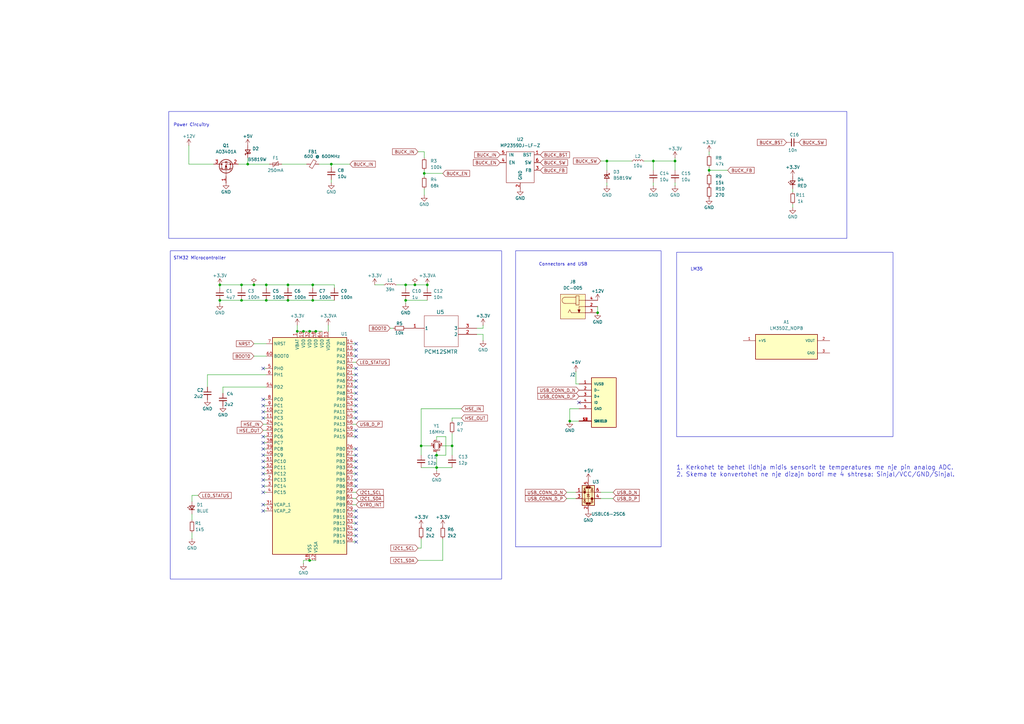
<source format=kicad_sch>
(kicad_sch (version 20231120) (generator "eeschema") (generator_version "8.0")
  (paper "A3")
  (lib_symbols
    (symbol "10118193-0001LF:10118193-0001LF" (pin_names (offset 1.016))
      (property "Reference" "J" (at -5.0817 10.9286 0))
      (property "Value" "10118193-0001LF" (at -5.0819 -12.7097 0))
      (symbol "10118193-0001LF_0_0"
        (pin passive line (at -10.16 7.62 0) (length 5.08) (name "VUSB") (number "1"))
        (pin passive line (at -10.16 5.08 0) (length 5.08) (name "D-") (number "2"))
        (pin passive line (at -10.16 2.54 0) (length 5.08) (name "D+") (number "3"))
        (pin passive line (at -10.16 0 0) (length 5.08) (name "ID") (number "4"))
        (pin passive line (at -10.16 -2.54 0) (length 5.08) (name "GND") (number "5"))
        (pin passive line (at -10.16 -7.62 0) (length 5.08) (name "SHIELD") (number "S1"))
        (pin passive line (at -10.16 -7.62 0) (length 5.08) (name "SHIELD") (number "S2"))
        (pin passive line (at -10.16 -7.62 0) (length 5.08) (name "SHIELD") (number "S3"))
        (pin passive line (at -10.16 -7.62 0) (length 5.08) (name "SHIELD") (number "S4"))
        (pin passive line (at -10.16 -7.62 0) (length 5.08) (name "SHIELD") (number "S5"))
        (pin passive line (at -10.16 -7.62 0) (length 5.08) (name "SHIELD") (number "S6"))
      )
    )
    (symbol "2024-11-09_23-25-21:PCM12SMTR" (pin_names (offset 0.254))
      (property "Reference" "U5" (at 20.32 10.16 0))
      (property "Value" "PCM12SMTR" (at 20.32 7.62 0))
      (symbol "PCM12SMTR_1_1"
        (pin unspecified line (at 0 0 0) (length 7.62) (name "1") (number "1"))
        (pin unspecified line (at 29.21 -2.54 180) (length 7.62) (name "2") (number "2"))
        (pin unspecified line (at 29.21 0 180) (length 7.62) (name "3") (number "3"))
      )
    )
    (symbol "DC-005:DC-005" (pin_names (offset 1.016))
      (property "Reference" "J" (at -5.0943 5.5976 0))
      (property "Value" "DC-005" (at -5.0995 -7.6398 0))
      (symbol "DC-005_0_0"
        (pin passive line (at 10.16 0 180) (length 5.08) (name "~") (number "2"))
        (pin passive line (at 10.16 -2.54 180) (length 5.08) (name "~") (number "3"))
        (pin passive line (at 10.16 2.54 180) (length 5.08) (name "~") (number "4"))
      )
    )
    (symbol "Device:C_Small" (pin_numbers hide) (pin_names (offset 0.254) hide)
      (property "Reference" "C" (at 0.254 1.778 0))
      (property "Value" "C_Small" (at 0.254 -2.032 0))
      (symbol "C_Small_1_1"
        (pin passive line (at 0 2.54 270) (length 2.032) (name "~") (number "1"))
        (pin passive line (at 0 -2.54 90) (length 2.032) (name "~") (number "2"))
      )
    )
    (symbol "Device:Crystal_GND24_Small" (pin_names (offset 1.016) hide)
      (property "Reference" "Y" (at 1.27 4.445 0))
      (property "Value" "Crystal_GND24_Small" (at 1.27 2.54 0))
      (symbol "Crystal_GND24_Small_1_1"
        (pin passive line (at -2.54 0 0) (length 1.27) (name "1") (number "1"))
        (pin passive line (at 0 -2.54 90) (length 0.635) (name "2") (number "2"))
        (pin passive line (at 2.54 0 180) (length 1.27) (name "3") (number "3"))
        (pin passive line (at 0 2.54 270) (length 0.635) (name "4") (number "4"))
      )
    )
    (symbol "Device:D_Schottky_Small" (pin_numbers hide) (pin_names (offset 0.254) hide)
      (property "Reference" "D" (at -1.27 2.032 0))
      (property "Value" "D_Schottky_Small" (at -7.112 -2.032 0))
      (symbol "D_Schottky_Small_1_1"
        (pin passive line (at -2.54 0 0) (length 1.778) (name "K") (number "1"))
        (pin passive line (at 2.54 0 180) (length 1.778) (name "A") (number "2"))
      )
    )
    (symbol "Device:Ferrite_Bead_Small" (pin_numbers hide) (pin_names (offset 0))
      (property "Reference" "FB" (at 1.905 1.27 0))
      (property "Value" "Device_Ferrite_Bead_Small" (at 1.905 -1.27 0))
      (symbol "Ferrite_Bead_Small_1_1"
        (pin passive line (at 0 2.54 270) (length 1.27) (name "~") (number "1"))
        (pin passive line (at 0 -2.54 90) (length 1.27) (name "~") (number "2"))
      )
    )
    (symbol "Device:LED_Small" (pin_numbers hide) (pin_names (offset 0.254) hide)
      (property "Reference" "D" (at -1.27 3.175 0))
      (property "Value" "LED_Small" (at -4.445 -2.54 0))
      (symbol "LED_Small_1_1"
        (pin passive line (at -2.54 0 0) (length 1.778) (name "K") (number "1"))
        (pin passive line (at 2.54 0 180) (length 1.778) (name "A") (number "2"))
      )
    )
    (symbol "Device:L_Small" (pin_numbers hide) (pin_names (offset 0.254) hide)
      (property "Reference" "L" (at 0.762 1.016 0))
      (property "Value" "L_Small" (at 0.762 -1.016 0))
      (symbol "L_Small_1_1"
        (pin passive line (at 0 2.54 270) (length 0.508) (name "~") (number "1"))
        (pin passive line (at 0 -2.54 90) (length 0.508) (name "~") (number "2"))
      )
    )
    (symbol "Device:Polyfuse_Small" (pin_numbers hide) (pin_names (offset 0))
      (property "Reference" "F" (at -1.905 0 90))
      (property "Value" "Polyfuse_Small" (at 1.905 0 90))
      (symbol "Polyfuse_Small_1_1"
        (pin passive line (at 0 2.54 270) (length 0.635) (name "~") (number "1"))
        (pin passive line (at 0 -2.54 90) (length 0.635) (name "~") (number "2"))
      )
    )
    (symbol "Device:R_Small" (pin_numbers hide) (pin_names (offset 0.254) hide)
      (property "Reference" "R" (at 0.762 0.508 0))
      (property "Value" "R_Small" (at 0.762 -1.016 0))
      (symbol "R_Small_1_1"
        (pin passive line (at 0 2.54 270) (length 0.762) (name "~") (number "1"))
        (pin passive line (at 0 -2.54 90) (length 0.762) (name "~") (number "2"))
      )
    )
    (symbol "LM35DZ_NOPB:LM35DZ_NOPB" (pin_names (offset 1.016))
      (property "Reference" "A" (at -12.7 5.842 0))
      (property "Value" "LM35DZ_NOPB" (at -12.7 -5.842 0))
      (symbol "LM35DZ_NOPB_0_0"
        (pin power_in line (at -17.78 2.54 0) (length 5.08) (name "+VS") (number "1"))
        (pin output line (at 17.78 2.54 180) (length 5.08) (name "VOUT") (number "2"))
        (pin power_in line (at 17.78 -2.54 180) (length 5.08) (name "GND") (number "3"))
      )
    )
    (symbol "MCU_ST_STM32F4:STM32F405RGTx"
      (property "Reference" "U1" (at 14.224 47.244 0))
      (property "Value" "STM32F405RGT6" (at 12.7 -44.45 0))
      (symbol "STM32F405RGTx_1_1"
        (pin power_in line (at -5.08 48.26 270) (length 2.54) (name "VBAT") (number "1"))
        (pin bidirectional line (at -17.78 15.24 0) (length 2.54) (name "PC2") (number "10"))
        (pin bidirectional line (at -17.78 12.7 0) (length 2.54) (name "PC3") (number "11"))
        (pin power_in line (at 2.54 -45.72 90) (length 2.54) (name "VSSA") (number "12"))
        (pin power_in line (at 7.62 48.26 270) (length 2.54) (name "VDDA") (number "13"))
        (pin bidirectional line (at 17.78 43.18 180) (length 2.54) (name "PA0") (number "14"))
        (pin bidirectional line (at 17.78 40.64 180) (length 2.54) (name "PA1") (number "15"))
        (pin bidirectional line (at 17.78 38.1 180) (length 2.54) (name "PA2") (number "16"))
        (pin bidirectional line (at 17.78 35.56 180) (length 2.54) (name "PA3") (number "17"))
        (pin power_in line (at 0 -45.72 90) (length 2.54) (name "VSS") (number "18"))
        (pin power_in line (at -2.54 48.26 270) (length 2.54) (name "VDD") (number "19"))
        (pin bidirectional line (at -17.78 -12.7 0) (length 2.54) (name "PC13") (number "2"))
        (pin bidirectional line (at 17.78 33.02 180) (length 2.54) (name "PA4") (number "20"))
        (pin bidirectional line (at 17.78 30.48 180) (length 2.54) (name "PA5") (number "21"))
        (pin bidirectional line (at 17.78 27.94 180) (length 2.54) (name "PA6") (number "22"))
        (pin bidirectional line (at 17.78 25.4 180) (length 2.54) (name "PA7") (number "23"))
        (pin bidirectional line (at -17.78 10.16 0) (length 2.54) (name "PC4") (number "24"))
        (pin bidirectional line (at -17.78 7.62 0) (length 2.54) (name "PC5") (number "25"))
        (pin bidirectional line (at 17.78 0 180) (length 2.54) (name "PB0") (number "26"))
        (pin bidirectional line (at 17.78 -2.54 180) (length 2.54) (name "PB1") (number "27"))
        (pin bidirectional line (at 17.78 -5.08 180) (length 2.54) (name "PB2") (number "28"))
        (pin bidirectional line (at 17.78 -25.4 180) (length 2.54) (name "PB10") (number "29"))
        (pin bidirectional line (at -17.78 -15.24 0) (length 2.54) (name "PC14") (number "3"))
        (pin bidirectional line (at 17.78 -27.94 180) (length 2.54) (name "PB11") (number "30"))
        (pin power_out line (at -17.78 -22.86 0) (length 2.54) (name "VCAP_1") (number "31"))
        (pin power_in line (at 0 48.26 270) (length 2.54) (name "VDD") (number "32"))
        (pin bidirectional line (at 17.78 -30.48 180) (length 2.54) (name "PB12") (number "33"))
        (pin bidirectional line (at 17.78 -33.02 180) (length 2.54) (name "PB13") (number "34"))
        (pin bidirectional line (at 17.78 -35.56 180) (length 2.54) (name "PB14") (number "35"))
        (pin bidirectional line (at 17.78 -38.1 180) (length 2.54) (name "PB15") (number "36"))
        (pin bidirectional line (at -17.78 5.08 0) (length 2.54) (name "PC6") (number "37"))
        (pin bidirectional line (at -17.78 2.54 0) (length 2.54) (name "PC7") (number "38"))
        (pin bidirectional line (at -17.78 0 0) (length 2.54) (name "PC8") (number "39"))
        (pin bidirectional line (at -17.78 -17.78 0) (length 2.54) (name "PC15") (number "4"))
        (pin bidirectional line (at -17.78 -2.54 0) (length 2.54) (name "PC9") (number "40"))
        (pin bidirectional line (at 17.78 22.86 180) (length 2.54) (name "PA8") (number "41"))
        (pin bidirectional line (at 17.78 20.32 180) (length 2.54) (name "PA9") (number "42"))
        (pin bidirectional line (at 17.78 17.78 180) (length 2.54) (name "PA10") (number "43"))
        (pin bidirectional line (at 17.78 15.24 180) (length 2.54) (name "PA11") (number "44"))
        (pin bidirectional line (at 17.78 12.7 180) (length 2.54) (name "PA12") (number "45"))
        (pin bidirectional line (at 17.78 10.16 180) (length 2.54) (name "PA13") (number "46"))
        (pin power_out line (at -17.78 -25.4 0) (length 2.54) (name "VCAP_2") (number "47"))
        (pin power_in line (at 2.54 48.26 270) (length 2.54) (name "VDD") (number "48"))
        (pin bidirectional line (at 17.78 7.62 180) (length 2.54) (name "PA14") (number "49"))
        (pin bidirectional line (at -17.78 33.02 0) (length 2.54) (name "PH0") (number "5"))
        (pin bidirectional line (at 17.78 5.08 180) (length 2.54) (name "PA15") (number "50"))
        (pin bidirectional line (at -17.78 -5.08 0) (length 2.54) (name "PC10") (number "51"))
        (pin bidirectional line (at -17.78 -7.62 0) (length 2.54) (name "PC11") (number "52"))
        (pin bidirectional line (at -17.78 -10.16 0) (length 2.54) (name "PC12") (number "53"))
        (pin bidirectional line (at -17.78 25.4 0) (length 2.54) (name "PD2") (number "54"))
        (pin bidirectional line (at 17.78 -7.62 180) (length 2.54) (name "PB3") (number "55"))
        (pin bidirectional line (at 17.78 -10.16 180) (length 2.54) (name "PB4") (number "56"))
        (pin bidirectional line (at 17.78 -12.7 180) (length 2.54) (name "PB5") (number "57"))
        (pin bidirectional line (at 17.78 -15.24 180) (length 2.54) (name "PB6") (number "58"))
        (pin bidirectional line (at 17.78 -17.78 180) (length 2.54) (name "PB7") (number "59"))
        (pin bidirectional line (at -17.78 30.48 0) (length 2.54) (name "PH1") (number "6"))
        (pin input line (at -17.78 38.1 0) (length 2.54) (name "BOOT0") (number "60"))
        (pin bidirectional line (at 17.78 -20.32 180) (length 2.54) (name "PB8") (number "61"))
        (pin bidirectional line (at 17.78 -22.86 180) (length 2.54) (name "PB9") (number "62"))
        (pin passive line (at 0 -45.72 90) (length 2.54) hide (name "VSS") (number "63"))
        (pin power_in line (at 5.08 48.26 270) (length 2.54) (name "VDD") (number "64"))
        (pin input line (at -17.78 43.18 0) (length 2.54) (name "NRST") (number "7"))
        (pin bidirectional line (at -17.78 20.32 0) (length 2.54) (name "PC0") (number "8"))
        (pin bidirectional line (at -17.78 17.78 0) (length 2.54) (name "PC1") (number "9"))
      )
    )
    (symbol "Power_Protection:USBLC6-2SC6" (pin_names hide)
      (property "Reference" "U" (at 0.635 5.715 0))
      (property "Value" "USBLC6-2SC6" (at 0.635 3.81 0))
      (symbol "USBLC6-2SC6_1_1"
        (pin passive line (at -5.08 0 0) (length 2.54) (name "I/O1") (number "1"))
        (pin passive line (at 0 -7.62 90) (length 2.54) (name "GND") (number "2"))
        (pin passive line (at -5.08 -2.54 0) (length 2.54) (name "I/O2") (number "3"))
        (pin passive line (at 5.08 -2.54 180) (length 2.54) (name "I/O2") (number "4"))
        (pin passive line (at 0 5.08 270) (length 2.54) (name "VBUS") (number "5"))
        (pin passive line (at 5.08 0 180) (length 2.54) (name "I/O1") (number "6"))
      )
    )
    (symbol "SchmillipKiCADLibrary:MP2359DJ-LF-Z" (pin_names (offset 1.016))
      (property "Reference" "U" (at 0 9.525 0))
      (property "Value" "SchmillipKiCADLibrary_MP2359DJ-LF-Z" (at 10.16 -6.35 0))
      (symbol "MP2359DJ-LF-Z_1_1"
        (pin input line (at 8.255 6.35 180) (length 2.54) (name "BST") (number "1"))
        (pin power_in line (at 0 -7.62 90) (length 2.54) (name "GND") (number "2"))
        (pin input line (at 8.255 0 180) (length 2.54) (name "FB") (number "3"))
        (pin input line (at -8.255 3.175 0) (length 2.54) (name "EN") (number "4"))
        (pin power_in line (at -8.255 6.35 0) (length 2.54) (name "IN") (number "5"))
        (pin power_out line (at 8.255 3.175 180) (length 2.54) (name "SW") (number "6"))
      )
    )
    (symbol "Transistor_FET:AO3401A" (pin_names hide)
      (property "Reference" "Q" (at 5.08 1.905 0))
      (property "Value" "AO3401A" (at 5.08 0 0))
      (symbol "AO3401A_1_1"
        (pin input line (at -5.08 0 0) (length 2.54) (name "G") (number "1"))
        (pin passive line (at 2.54 -5.08 90) (length 2.54) (name "S") (number "2"))
        (pin passive line (at 2.54 5.08 270) (length 2.54) (name "D") (number "3"))
      )
    )
    (symbol "power:+12V" (power) (pin_numbers hide) (pin_names (offset 0) hide)
      (property "Value" "+12V" (at 0 3.556 0))
      (symbol "+12V_1_1"
        (pin power_in line (at 0 0 90) (length 0) (name "~") (number "1"))
      )
    )
    (symbol "power:+3.3V" (power) (pin_numbers hide) (pin_names (offset 0) hide)
      (property "Value" "+3.3V" (at 0 3.556 0))
      (symbol "+3.3V_1_1"
        (pin power_in line (at 0 0 90) (length 0) (name "~") (number "1"))
      )
    )
    (symbol "power:+3.3VA" (power) (pin_numbers hide) (pin_names (offset 0) hide)
      (property "Value" "+3.3VA" (at 0 3.556 0))
      (symbol "+3.3VA_1_1"
        (pin power_in line (at 0 0 90) (length 0) (name "~") (number "1"))
      )
    )
    (symbol "power:+5V" (power) (pin_numbers hide) (pin_names (offset 0) hide)
      (property "Value" "+5V" (at 0 3.556 0))
      (symbol "+5V_1_1"
        (pin power_in line (at 0 0 90) (length 0) (name "~") (number "1"))
      )
    )
    (symbol "power:GND" (power) (pin_numbers hide) (pin_names (offset 0) hide)
      (property "Value" "GND" (at 0 -3.81 0))
      (symbol "GND_1_1"
        (pin power_in line (at 0 0 270) (length 0) (name "~") (number "1"))
      )
    )
    (symbol "power:PWR_FLAG" (power) (pin_numbers hide) (pin_names (offset 0) hide)
      (property "Value" "PWR_FLAG" (at 0 3.81 0))
      (symbol "PWR_FLAG_0_0"
        (pin power_out line (at 0 0 90) (length 0) (name "~") (number "1"))
      )
    )
  )
  (junction (at 129.54 135.89))
  (junction (at 99.06 123.19))
  (junction (at 172.72 182.88))
  (junction (at 90.17 123.19))
  (junction (at 179.07 191.77))
  (junction (at 127 229.87))
  (junction (at 173.99 71.12))
  (junction (at 175.26 116.84))
  (junction (at 267.97 66.04))
  (junction (at 166.37 123.19))
  (junction (at 248.92 66.04))
  (junction (at 170.18 116.84))
  (junction (at 233.68 172.72))
  (junction (at 109.22 116.84))
  (junction (at 101.6 67.31))
  (junction (at 118.11 116.84))
  (junction (at 104.14 116.84))
  (junction (at 99.06 116.84))
  (junction (at 290.83 69.85))
  (junction (at 276.86 66.04))
  (junction (at 109.22 123.19))
  (junction (at 135.89 67.31))
  (junction (at 90.17 116.84))
  (junction (at 166.37 116.84))
  (junction (at 124.46 135.89))
  (junction (at 245.11 128.27))
  (junction (at 127 135.89))
  (junction (at 128.27 123.19))
  (junction (at 128.27 116.84))
  (junction (at 118.11 123.19))
  (junction (at 179.07 186.69))
  (junction (at 121.92 135.89))
  (junction (at 185.42 182.88))
  (no_connect (at 146.05 166.37))
  (no_connect (at 107.95 166.37))
  (no_connect (at 107.95 189.23))
  (no_connect (at 146.05 156.21))
  (no_connect (at 107.95 199.39))
  (no_connect (at 107.95 196.85))
  (no_connect (at 107.95 201.93))
  (no_connect (at 107.95 186.69))
  (no_connect (at 146.05 143.51))
  (no_connect (at 146.05 158.75))
  (no_connect (at 146.05 194.31))
  (no_connect (at 107.95 207.01))
  (no_connect (at 107.95 194.31))
  (no_connect (at 146.05 179.07))
  (no_connect (at 107.95 171.45))
  (no_connect (at 146.05 212.09))
  (no_connect (at 146.05 217.17))
  (no_connect (at 146.05 184.15))
  (no_connect (at 107.95 168.91))
  (no_connect (at 146.05 219.71))
  (no_connect (at 107.95 179.07))
  (no_connect (at 146.05 189.23))
  (no_connect (at 107.95 209.55))
  (no_connect (at 146.05 146.05))
  (no_connect (at 146.05 214.63))
  (no_connect (at 107.95 184.15))
  (no_connect (at 146.05 163.83))
  (no_connect (at 146.05 176.53))
  (no_connect (at 107.95 151.13))
  (no_connect (at 107.95 181.61))
  (no_connect (at 146.05 161.29))
  (no_connect (at 146.05 186.69))
  (no_connect (at 146.05 222.25))
  (no_connect (at 146.05 209.55))
  (no_connect (at 146.05 196.85))
  (no_connect (at 146.05 140.97))
  (no_connect (at 107.95 191.77))
  (no_connect (at 146.05 171.45))
  (no_connect (at 146.05 153.67))
  (no_connect (at 146.05 191.77))
  (no_connect (at 146.05 151.13))
  (no_connect (at 107.95 163.83))
  (no_connect (at 237.49 165.1))
  (no_connect (at 146.05 168.91))
  (no_connect (at 146.05 199.39))
  (wire (pts (xy 144.78 153.67) (xy 146.05 153.67)))
  (wire (pts (xy 107.95 201.93) (xy 109.22 201.93)))
  (wire (pts (xy 107.95 163.83) (xy 109.22 163.83)))
  (wire (pts (xy 107.95 207.01) (xy 109.22 207.01)))
  (wire (pts (xy 172.72 167.64) (xy 172.72 182.88)))
  (wire (pts (xy 90.17 116.84) (xy 90.17 118.11)))
  (wire (pts (xy 179.07 180.34) (xy 179.07 179.07)))
  (wire (pts (xy 185.42 177.8) (xy 185.42 182.88)))
  (wire (pts (xy 99.06 116.84) (xy 104.14 116.84)))
  (wire (pts (xy 146.05 161.29) (xy 144.78 161.29)))
  (wire (pts (xy 128.27 118.11) (xy 128.27 116.84)))
  (wire (pts (xy 146.05 163.83) (xy 144.78 163.83)))
  (wire (pts (xy 175.26 116.84) (xy 170.18 116.84)))
  (wire (pts (xy 146.05 148.59) (xy 144.78 148.59)))
  (wire (pts (xy 237.49 167.64) (xy 233.68 167.64)))
  (wire (pts (xy 121.92 135.89) (xy 124.46 135.89)))
  (wire (pts (xy 166.37 116.84) (xy 162.56 116.84)))
  (wire (pts (xy 107.95 171.45) (xy 109.22 171.45)))
  (wire (pts (xy 107.95 199.39) (xy 109.22 199.39)))
  (wire (pts (xy 107.95 196.85) (xy 109.22 196.85)))
  (wire (pts (xy 77.47 59.69) (xy 77.47 67.31)))
  (wire (pts (xy 290.83 63.5) (xy 290.83 62.23)))
  (wire (pts (xy 146.05 209.55) (xy 144.78 209.55)))
  (wire (pts (xy 90.17 124.46) (xy 90.17 123.19)))
  (wire (pts (xy 81.28 203.2) (xy 78.74 203.2)))
  (wire (pts (xy 135.89 68.58) (xy 135.89 67.31)))
  (wire (pts (xy 233.68 172.72) (xy 237.49 172.72)))
  (wire (pts (xy 90.17 123.19) (xy 99.06 123.19)))
  (wire (pts (xy 107.95 181.61) (xy 109.22 181.61)))
  (wire (pts (xy 109.22 123.19) (xy 118.11 123.19)))
  (wire (pts (xy 290.83 69.85) (xy 290.83 71.12)))
  (wire (pts (xy 146.05 207.01) (xy 144.78 207.01)))
  (wire (pts (xy 179.07 193.04) (xy 179.07 191.77)))
  (wire (pts (xy 99.06 118.11) (xy 99.06 116.84)))
  (wire (pts (xy 173.99 71.12) (xy 173.99 69.85)))
  (wire (pts (xy 146.05 171.45) (xy 144.78 171.45)))
  (wire (pts (xy 107.95 179.07) (xy 109.22 179.07)))
  (wire (pts (xy 78.74 213.36) (xy 78.74 210.82)))
  (wire (pts (xy 198.12 137.16) (xy 195.58 137.16)))
  (wire (pts (xy 124.46 231.14) (xy 124.46 229.87)))
  (wire (pts (xy 248.92 69.85) (xy 248.92 66.04)))
  (wire (pts (xy 185.42 171.45) (xy 185.42 172.72)))
  (wire (pts (xy 248.92 66.04) (xy 246.38 66.04)))
  (wire (pts (xy 109.22 118.11) (xy 109.22 116.84)))
  (wire (pts (xy 181.61 71.12) (xy 173.99 71.12)))
  (wire (pts (xy 144.78 151.13) (xy 146.05 151.13)))
  (wire (pts (xy 91.44 161.29) (xy 91.44 158.75)))
  (wire (pts (xy 146.05 196.85) (xy 144.78 196.85)))
  (wire (pts (xy 146.05 184.15) (xy 144.78 184.15)))
  (wire (pts (xy 195.58 134.62) (xy 198.12 134.62)))
  (wire (pts (xy 104.14 146.05) (xy 109.22 146.05)))
  (wire (pts (xy 146.05 217.17) (xy 144.78 217.17)))
  (wire (pts (xy 325.12 78.74) (xy 325.12 77.47)))
  (wire (pts (xy 181.61 182.88) (xy 185.42 182.88)))
  (wire (pts (xy 171.45 229.87) (xy 181.61 229.87)))
  (wire (pts (xy 276.86 64.77) (xy 276.86 66.04)))
  (wire (pts (xy 107.95 173.99) (xy 109.22 173.99)))
  (wire (pts (xy 245.11 125.73) (xy 245.11 128.27)))
  (wire (pts (xy 110.49 67.31) (xy 101.6 67.31)))
  (wire (pts (xy 173.99 80.01) (xy 173.99 77.47)))
  (wire (pts (xy 246.38 204.47) (xy 251.46 204.47)))
  (wire (pts (xy 146.05 199.39) (xy 144.78 199.39)))
  (wire (pts (xy 179.07 185.42) (xy 179.07 186.69)))
  (wire (pts (xy 107.95 166.37) (xy 109.22 166.37)))
  (wire (pts (xy 99.06 123.19) (xy 109.22 123.19)))
  (wire (pts (xy 146.05 222.25) (xy 144.78 222.25)))
  (wire (pts (xy 182.88 179.07) (xy 182.88 186.69)))
  (wire (pts (xy 181.61 229.87) (xy 181.61 220.98)))
  (wire (pts (xy 146.05 191.77) (xy 144.78 191.77)))
  (wire (pts (xy 87.63 67.31) (xy 77.47 67.31)))
  (wire (pts (xy 107.95 189.23) (xy 109.22 189.23)))
  (wire (pts (xy 146.05 194.31) (xy 144.78 194.31)))
  (wire (pts (xy 290.83 69.85) (xy 290.83 68.58)))
  (wire (pts (xy 179.07 186.69) (xy 179.07 191.77)))
  (wire (pts (xy 276.86 66.04) (xy 267.97 66.04)))
  (wire (pts (xy 90.17 116.84) (xy 99.06 116.84)))
  (wire (pts (xy 104.14 140.97) (xy 109.22 140.97)))
  (wire (pts (xy 107.95 168.91) (xy 109.22 168.91)))
  (wire (pts (xy 124.46 135.89) (xy 127 135.89)))
  (wire (pts (xy 85.09 158.75) (xy 85.09 153.67)))
  (wire (pts (xy 128.27 123.19) (xy 137.16 123.19)))
  (wire (pts (xy 109.22 116.84) (xy 118.11 116.84)))
  (wire (pts (xy 146.05 166.37) (xy 144.78 166.37)))
  (wire (pts (xy 171.45 224.79) (xy 172.72 224.79)))
  (wire (pts (xy 143.51 67.31) (xy 135.89 67.31)))
  (wire (pts (xy 276.86 69.85) (xy 276.86 66.04)))
  (wire (pts (xy 170.18 116.84) (xy 166.37 116.84)))
  (wire (pts (xy 85.09 153.67) (xy 109.22 153.67)))
  (wire (pts (xy 97.79 67.31) (xy 101.6 67.31)))
  (wire (pts (xy 118.11 118.11) (xy 118.11 116.84)))
  (wire (pts (xy 78.74 220.98) (xy 78.74 218.44)))
  (wire (pts (xy 236.22 157.48) (xy 237.49 157.48)))
  (wire (pts (xy 134.62 133.35) (xy 134.62 135.89)))
  (wire (pts (xy 146.05 168.91) (xy 144.78 168.91)))
  (wire (pts (xy 276.86 76.2) (xy 276.86 74.93)))
  (wire (pts (xy 146.05 186.69) (xy 144.78 186.69)))
  (wire (pts (xy 171.45 62.23) (xy 173.99 62.23)))
  (wire (pts (xy 160.02 134.62) (xy 161.29 134.62)))
  (wire (pts (xy 172.72 167.64) (xy 189.23 167.64)))
  (wire (pts (xy 144.78 146.05) (xy 146.05 146.05)))
  (wire (pts (xy 107.95 176.53) (xy 109.22 176.53)))
  (wire (pts (xy 173.99 72.39) (xy 173.99 71.12)))
  (wire (pts (xy 182.88 186.69) (xy 179.07 186.69)))
  (wire (pts (xy 259.08 66.04) (xy 248.92 66.04)))
  (wire (pts (xy 233.68 167.64) (xy 233.68 172.72)))
  (wire (pts (xy 179.07 191.77) (xy 185.42 191.77)))
  (wire (pts (xy 78.74 203.2) (xy 78.74 205.74)))
  (wire (pts (xy 267.97 76.2) (xy 267.97 74.93)))
  (wire (pts (xy 298.45 69.85) (xy 290.83 69.85)))
  (wire (pts (xy 107.95 186.69) (xy 109.22 186.69)))
  (wire (pts (xy 179.07 179.07) (xy 182.88 179.07)))
  (wire (pts (xy 236.22 152.4) (xy 236.22 157.48)))
  (wire (pts (xy 101.6 64.77) (xy 101.6 67.31)))
  (wire (pts (xy 118.11 116.84) (xy 128.27 116.84)))
  (wire (pts (xy 107.95 209.55) (xy 109.22 209.55)))
  (wire (pts (xy 144.78 143.51) (xy 146.05 143.51)))
  (wire (pts (xy 198.12 134.62) (xy 198.12 133.35)))
  (wire (pts (xy 246.38 201.93) (xy 251.46 201.93)))
  (wire (pts (xy 91.44 158.75) (xy 109.22 158.75)))
  (wire (pts (xy 172.72 186.69) (xy 172.72 182.88)))
  (wire (pts (xy 232.41 204.47) (xy 236.22 204.47)))
  (wire (pts (xy 127 135.89) (xy 129.54 135.89)))
  (wire (pts (xy 118.11 123.19) (xy 128.27 123.19)))
  (wire (pts (xy 146.05 212.09) (xy 144.78 212.09)))
  (wire (pts (xy 146.05 176.53) (xy 144.78 176.53)))
  (wire (pts (xy 166.37 124.46) (xy 166.37 123.19)))
  (wire (pts (xy 232.41 201.93) (xy 236.22 201.93)))
  (wire (pts (xy 173.99 62.23) (xy 173.99 64.77)))
  (wire (pts (xy 325.12 85.09) (xy 325.12 83.82)))
  (wire (pts (xy 127 229.87) (xy 129.54 229.87)))
  (wire (pts (xy 129.54 135.89) (xy 132.08 135.89)))
  (wire (pts (xy 146.05 214.63) (xy 144.78 214.63)))
  (wire (pts (xy 146.05 173.99) (xy 144.78 173.99)))
  (wire (pts (xy 166.37 123.19) (xy 175.26 123.19)))
  (wire (pts (xy 124.46 229.87) (xy 127 229.87)))
  (wire (pts (xy 146.05 158.75) (xy 144.78 158.75)))
  (wire (pts (xy 107.95 194.31) (xy 109.22 194.31)))
  (wire (pts (xy 146.05 140.97) (xy 144.78 140.97)))
  (wire (pts (xy 175.26 118.11) (xy 175.26 116.84)))
  (wire (pts (xy 172.72 224.79) (xy 172.72 220.98)))
  (wire (pts (xy 189.23 171.45) (xy 185.42 171.45)))
  (wire (pts (xy 153.67 116.84) (xy 157.48 116.84)))
  (wire (pts (xy 146.05 201.93) (xy 144.78 201.93)))
  (wire (pts (xy 146.05 189.23) (xy 144.78 189.23)))
  (wire (pts (xy 267.97 66.04) (xy 264.16 66.04)))
  (wire (pts (xy 172.72 182.88) (xy 176.53 182.88)))
  (wire (pts (xy 135.89 67.31) (xy 130.81 67.31)))
  (wire (pts (xy 146.05 156.21) (xy 144.78 156.21)))
  (wire (pts (xy 107.95 151.13) (xy 109.22 151.13)))
  (wire (pts (xy 137.16 116.84) (xy 137.16 118.11)))
  (wire (pts (xy 146.05 204.47) (xy 144.78 204.47)))
  (wire (pts (xy 107.95 191.77) (xy 109.22 191.77)))
  (wire (pts (xy 248.92 76.2) (xy 248.92 74.93)))
  (wire (pts (xy 179.07 191.77) (xy 172.72 191.77)))
  (wire (pts (xy 267.97 69.85) (xy 267.97 66.04)))
  (wire (pts (xy 121.92 133.35) (xy 121.92 135.89)))
  (wire (pts (xy 104.14 116.84) (xy 109.22 116.84)))
  (wire (pts (xy 146.05 179.07) (xy 144.78 179.07)))
  (wire (pts (xy 135.89 74.93) (xy 135.89 73.66)))
  (wire (pts (xy 107.95 184.15) (xy 109.22 184.15)))
  (wire (pts (xy 146.05 219.71) (xy 144.78 219.71)))
  (wire (pts (xy 166.37 118.11) (xy 166.37 116.84)))
  (wire (pts (xy 185.42 186.69) (xy 185.42 182.88)))
  (wire (pts (xy 115.57 67.31) (xy 125.73 67.31)))
  (wire (pts (xy 128.27 116.84) (xy 137.16 116.84)))
  (wire (pts (xy 198.12 139.7) (xy 198.12 137.16)))
  (rectangle (start 69.215 45.72) (end 347.345 97.79))
  (rectangle (start 277.495 103.505) (end 366.268 179.07))
  (rectangle (start 211.455 102.87) (end 271.145 224.282))
  (rectangle (start 69.85 102.87) (end 205.74 237.49))
  (text "1. Kerkohet te behet lidhja midis sensorit te temperatures me nje pin analog ADC.\n2. Skema te konvertohet ne nje dizajn bordi me 4 shtresa: Sinjal/VCC/GND/Sinjal.\n" (at 277.368 193.294 0) (effects (font (size 1.778 1.778)) (justify left)))
  (text "LM35\n" (at 285.75 110.49 0) (effects (font (size 1.27 1.27))))
  (text "STM32 Microcontroller" (at 71.12 106.68 0) (effects (font (size 1.27 1.27)) (justify left bottom)))
  (text "Connectors and USB" (at 220.98 109.22 0) (effects (font (size 1.27 1.27)) (justify left bottom)))
  (text "Power Circuitry" (at 71.12 52.07 0) (effects (font (size 1.27 1.27)) (justify left bottom)))
  (global_label "BUCK_SW" (shape input) (at 327.66 58.42 0) (property "Intersheetrefs" "${INTERSHEET_REFS}" (effects (hide yes))))
  (global_label "I2C1_SDA" (shape input) (at 171.45 229.87 180) (property "Intersheetrefs" "${INTERSHEET_REFS}" (effects (hide yes))))
  (global_label "USB_D_N" (shape input) (at 251.46 201.93 0) (property "Intersheetrefs" "${INTERSHEET_REFS}" (effects (hide yes))))
  (global_label "BOOT0" (shape input) (at 160.02 134.62 180) (property "Intersheetrefs" "${INTERSHEET_REFS}" (effects (hide yes))))
  (global_label "HSE_IN" (shape input) (at 107.95 173.99 180) (property "Intersheetrefs" "${INTERSHEET_REFS}" (effects (hide yes))))
  (global_label "HSE_OUT" (shape input) (at 107.95 176.53 180) (property "Intersheetrefs" "${INTERSHEET_REFS}" (effects (hide yes))))
  (global_label "BOOT0" (shape input) (at 104.14 146.05 180) (property "Intersheetrefs" "${INTERSHEET_REFS}" (effects (hide yes))))
  (global_label "I2C1_SCL" (shape input) (at 146.05 201.93 0) (property "Intersheetrefs" "${INTERSHEET_REFS}" (effects (hide yes))))
  (global_label "BUCK_EN" (shape input) (at 181.61 71.12 0) (property "Intersheetrefs" "${INTERSHEET_REFS}" (effects (hide yes))))
  (global_label "USB_CONN_D_N" (shape input) (at 232.41 201.93 180) (property "Intersheetrefs" "${INTERSHEET_REFS}" (effects (hide yes))))
  (global_label "I2C1_SDA" (shape input) (at 146.05 204.47 0) (property "Intersheetrefs" "${INTERSHEET_REFS}" (effects (hide yes))))
  (global_label "GYRO_INT" (shape input) (at 146.05 207.01 0) (property "Intersheetrefs" "${INTERSHEET_REFS}" (effects (hide yes))))
  (global_label "USB_CONN_D_P" (shape input) (at 232.41 204.47 180) (property "Intersheetrefs" "${INTERSHEET_REFS}" (effects (hide yes))))
  (global_label "BUCK_BST" (shape input) (at 322.58 58.42 180) (property "Intersheetrefs" "${INTERSHEET_REFS}" (effects (hide yes))))
  (global_label "LED_STATUS" (shape input) (at 146.05 148.59 0) (property "Intersheetrefs" "${INTERSHEET_REFS}" (effects (hide yes))))
  (global_label "BUCK_IN" (shape input) (at 143.51 67.31 0) (property "Intersheetrefs" "${INTERSHEET_REFS}" (effects (hide yes))))
  (global_label "I2C1_SCL" (shape input) (at 171.45 224.79 180) (property "Intersheetrefs" "${INTERSHEET_REFS}" (effects (hide yes))))
  (global_label "BUCK_SW" (shape input) (at 221.615 66.675 0) (property "Intersheetrefs" "${INTERSHEET_REFS}" (effects (hide yes))))
  (global_label "HSE_IN" (shape input) (at 189.23 167.64 0) (property "Intersheetrefs" "${INTERSHEET_REFS}" (effects (hide yes))))
  (global_label "NRST" (shape input) (at 104.14 140.97 180) (property "Intersheetrefs" "${INTERSHEET_REFS}" (effects (hide yes))))
  (global_label "LED_STATUS" (shape input) (at 81.28 203.2 0) (property "Intersheetrefs" "${INTERSHEET_REFS}" (effects (hide yes))))
  (global_label "BUCK_IN" (shape input) (at 171.45 62.23 180) (property "Intersheetrefs" "${INTERSHEET_REFS}" (effects (hide yes))))
  (global_label "HSE_OUT" (shape input) (at 189.23 171.45 0) (property "Intersheetrefs" "${INTERSHEET_REFS}" (effects (hide yes))))
  (global_label "BUCK_SW" (shape input) (at 246.38 66.04 180) (property "Intersheetrefs" "${INTERSHEET_REFS}" (effects (hide yes))))
  (global_label "USB_CONN_D_P" (shape input) (at 237.49 162.56 180) (property "Intersheetrefs" "${INTERSHEET_REFS}" (effects (hide yes))))
  (global_label "BUCK_FB" (shape input) (at 221.615 69.85 0) (property "Intersheetrefs" "${INTERSHEET_REFS}" (effects (hide yes))))
  (global_label "USB_D_P" (shape input) (at 146.05 173.99 0) (property "Intersheetrefs" "${INTERSHEET_REFS}" (effects (hide yes))))
  (global_label "USB_CONN_D_N" (shape input) (at 237.49 160.02 180) (property "Intersheetrefs" "${INTERSHEET_REFS}" (effects (hide yes))))
  (global_label "USB_D_P" (shape input) (at 251.46 204.47 0) (property "Intersheetrefs" "${INTERSHEET_REFS}" (effects (hide yes))))
  (global_label "BUCK_BST" (shape input) (at 221.615 63.5 0) (property "Intersheetrefs" "${INTERSHEET_REFS}" (effects (hide yes))))
  (global_label "BUCK_EN" (shape input) (at 205.105 66.675 180) (property "Intersheetrefs" "${INTERSHEET_REFS}" (effects (hide yes))))
  (global_label "BUCK_FB" (shape input) (at 298.45 69.85 0) (property "Intersheetrefs" "${INTERSHEET_REFS}" (effects (hide yes))))
  (global_label "BUCK_IN" (shape input) (at 205.105 63.5 180) (property "Intersheetrefs" "${INTERSHEET_REFS}" (effects (hide yes))))
  (symbol (lib_id "Device:D_Schottky_Small") (at 101.6 62.23 90) (unit 1)
    (property "Reference" "D2" (at 103.505 60.96 90) (effects (justify right)))
    (property "Value" "B5819W" (at 101.6 65.405 90) (effects (justify right)))
    (property "Footprint" "Diode_SMD:D_SOD-123" (effects (hide yes)))
    (property "LCSC Part #" "C8598" (effects (hide yes)))
  )
  (symbol (lib_id "Device:C_Small") (at 325.12 58.42 270) (unit 1)
    (property "Reference" "C16" (at 323.85 55.245 90) (effects (justify left)))
    (property "Value" "10n" (at 323.215 61.595 90) (effects (justify left)))
    (property "Footprint" "Capacitor_SMD:C_0603_1608Metric" (effects (hide yes)))
    (property "LCSC Part #" "C57112" (effects (hide yes)))
  )
  (symbol (lib_id "power:GND") (at 233.68 172.72 0) (unit 1)
    (property "Reference" "#PWR027" (effects (hide yes)))
    (property "Value" "GND" (at 233.68 176.53 0))
  )
  (symbol (lib_id "Device:C_Small") (at 185.42 189.23 0) (unit 1)
    (property "Reference" "C13" (at 187.96 187.325 0) (effects (justify left)))
    (property "Value" "12p" (at 187.96 189.865 0) (effects (justify left)))
    (property "Footprint" "Capacitor_SMD:C_0402_1005Metric" (effects (hide yes)))
    (property "LCSC Part #" "C1547" (effects (hide yes)))
  )
  (symbol (lib_id "power:+3.3V") (at 90.17 116.84 0) (unit 1)
    (property "Reference" "#PWR03" (effects (hide yes)))
    (property "Value" "+3.3V" (at 90.17 113.03 0))
  )
  (symbol (lib_id "Device:C_Small") (at 137.16 120.65 0) (unit 1)
    (property "Reference" "C9" (at 139.7 119.38 0) (effects (justify left)))
    (property "Value" "100n" (at 139.7 121.92 0) (effects (justify left)))
    (property "Footprint" "Capacitor_SMD:C_0402_1005Metric" (effects (hide yes)))
    (property "LCSC Part #" "C1525" (effects (hide yes)))
  )
  (symbol (lib_id "power:GND") (at 90.17 124.46 0) (unit 1)
    (property "Reference" "#PWR04" (effects (hide yes)))
    (property "Value" "GND" (at 90.17 128.27 0))
  )
  (symbol (lib_id "Device:R_Small") (at 173.99 67.31 0) (unit 1)
    (property "Reference" "R3" (at 176.53 66.04 0) (effects (justify left)))
    (property "Value" "100k" (at 176.53 68.58 0) (effects (justify left)))
    (property "Footprint" "Resistor_SMD:R_0603_1608Metric" (effects (hide yes)))
    (property "LCSC Part #" "C25803" (effects (hide yes)))
  )
  (symbol (lib_id "power:GND") (at 248.92 76.2 0) (unit 1)
    (property "Reference" "#PWR029" (effects (hide yes)))
    (property "Value" "GND" (at 248.92 80.01 0))
  )
  (symbol (lib_id "power:+3.3V") (at 276.86 64.77 0) (unit 1)
    (property "Reference" "#PWR031" (effects (hide yes)))
    (property "Value" "+3.3V" (at 276.86 60.96 0))
  )
  (symbol (lib_id "Device:R_Small") (at 181.61 218.44 0) (unit 1)
    (property "Reference" "R6" (at 183.515 217.17 0) (effects (justify left)))
    (property "Value" "2k2" (at 183.515 219.71 0) (effects (justify left)))
    (property "Footprint" "Resistor_SMD:R_0402_1005Metric" (effects (hide yes)))
    (property "LCSC Part #" "C25879" (effects (hide yes)))
  )
  (symbol (lib_id "SchmillipKiCADLibrary:MP2359DJ-LF-Z") (at 213.36 69.85 0) (unit 1)
    (property "Reference" "U2" (at 213.36 57.15 0))
    (property "Value" "MP2359DJ-LF-Z" (at 213.36 59.69 0))
    (property "Footprint" "Package_TO_SOT_SMD:SOT-23-6" (effects (hide yes)))
    (property "LCSC Part #" "C14259" (effects (hide yes)))
  )
  (symbol (lib_id "power:GND") (at 166.37 124.46 0) (unit 1)
    (property "Reference" "#PWR014" (effects (hide yes)))
    (property "Value" "GND" (at 166.37 128.27 0))
  )
  (symbol (lib_id "Device:L_Small") (at 261.62 66.04 90) (unit 1)
    (property "Reference" "L2" (at 261.62 64.135 90))
    (property "Value" "10u" (at 261.62 67.945 90))
    (property "Footprint" "SPM6530T-100M-HZ:IND_SPM6530T-100M-HZ" (effects (hide yes)))
    (property "Description" "TDK SPM6530T-100M-HZ" (effects (hide yes)))
    (property "LCSC Part #" "C360728" (effects (hide yes)))
  )
  (symbol (lib_id "power:+12V") (at 77.47 59.69 0) (unit 1)
    (property "Reference" "#PWR01" (effects (hide yes)))
    (property "Value" "+12V" (at 77.47 55.88 0))
  )
  (symbol (lib_id "power:GND") (at 135.89 74.93 0) (unit 1)
    (property "Reference" "#PWR012" (effects (hide yes)))
    (property "Value" "GND" (at 135.89 78.74 0))
  )
  (symbol (lib_id "power:GND") (at 91.44 166.37 0) (unit 1)
    (property "Reference" "#PWR07" (effects (hide yes)))
    (property "Value" "GND" (at 91.44 170.18 0))
  )
  (symbol (lib_id "Device:C_Small") (at 128.27 120.65 0) (unit 1)
    (property "Reference" "C7" (at 130.81 119.38 0) (effects (justify left)))
    (property "Value" "100n" (at 130.81 121.92 0) (effects (justify left)))
    (property "Footprint" "Capacitor_SMD:C_0402_1005Metric" (effects (hide yes)))
    (property "LCSC Part #" "C1525" (effects (hide yes)))
  )
  (symbol (lib_id "Device:C_Small") (at 267.97 72.39 0) (unit 1)
    (property "Reference" "C14" (at 270.51 71.12 0) (effects (justify left)))
    (property "Value" "10u" (at 270.51 73.66 0) (effects (justify left)))
    (property "Footprint" "Capacitor_SMD:C_1206_3216Metric" (effects (hide yes)))
    (property "LCSC Part #" "C13585" (effects (hide yes)))
  )
  (symbol (lib_id "Device:C_Small") (at 109.22 120.65 0) (unit 1)
    (property "Reference" "C5" (at 111.76 119.38 0) (effects (justify left)))
    (property "Value" "100n" (at 111.76 121.92 0) (effects (justify left)))
    (property "Footprint" "Capacitor_SMD:C_0402_1005Metric" (effects (hide yes)))
    (property "LCSC Part #" "C1525" (effects (hide yes)))
  )
  (symbol (lib_id "Device:Polyfuse_Small") (at 113.03 67.31 270) (unit 1)
    (property "Reference" "F1" (at 113.03 64.77 90))
    (property "Value" "250mA" (at 113.03 69.85 90))
    (property "Footprint" "Fuse:Fuse_1206_3216Metric" (effects (hide yes)))
    (property "LCSC Part #" "C369159" (effects (hide yes)))
  )
  (symbol (lib_id "Device:Ferrite_Bead_Small") (at 128.27 67.31 270) (unit 1)
    (property "Reference" "FB1" (at 128.27 62.23 90))
    (property "Value" "600 @ 600MHz" (at 132.08 64.135 90))
    (property "Footprint" "Inductor_SMD:L_0805_2012Metric" (effects (hide yes)))
    (property "LCSC Part #" "C1017" (effects (hide yes)))
  )
  (symbol (lib_id "power:+5V") (at 236.22 152.4 0) (unit 1)
    (property "Reference" "#PWR028" (effects (hide yes)))
    (property "Value" "+5V" (at 236.22 148.59 0))
  )
  (symbol (lib_id "Device:R_Small") (at 185.42 175.26 0) (unit 1)
    (property "Reference" "R7" (at 187.325 173.99 0) (effects (justify left)))
    (property "Value" "47" (at 187.325 176.53 0) (effects (justify left)))
    (property "Footprint" "Resistor_SMD:R_0402_1005Metric" (effects (hide yes)))
    (property "LCSC Part #" "C25118" (effects (hide yes)))
  )
  (symbol (lib_id "power:GND") (at 198.12 139.7 0) (unit 1)
    (property "Reference" "#PWR021" (effects (hide yes)))
    (property "Value" "GND" (at 198.12 143.51 0))
  )
  (symbol (lib_id "power:GND") (at 85.09 163.83 0) (unit 1)
    (property "Reference" "#PWR05" (effects (hide yes)))
    (property "Value" "GND" (at 85.09 167.64 0))
  )
  (symbol (lib_id "power:+3.3V") (at 181.61 215.9 0) (unit 1)
    (property "Reference" "#PWR019" (effects (hide yes)))
    (property "Value" "+3.3V" (at 181.61 212.09 0))
  )
  (symbol (lib_id "Device:C_Small") (at 175.26 120.65 0) (unit 1)
    (property "Reference" "C12" (at 177.8 119.38 0) (effects (justify left)))
    (property "Value" "10n" (at 177.8 121.92 0) (effects (justify left)))
    (property "Footprint" "Capacitor_SMD:C_0402_1005Metric" (effects (hide yes)))
    (property "LCSC Part #" "C15195" (effects (hide yes)))
  )
  (symbol (lib_id "power:GND") (at 267.97 76.2 0) (unit 1)
    (property "Reference" "#PWR030" (effects (hide yes)))
    (property "Value" "GND" (at 267.97 80.01 0))
  )
  (symbol (lib_id "power:GND") (at 124.46 231.14 0) (unit 1)
    (property "Reference" "#PWR010" (effects (hide yes)))
    (property "Value" "GND" (at 124.46 234.95 0))
  )
  (symbol (lib_id "10118193-0001LF:10118193-0001LF") (at 247.65 165.1 0) (unit 1)
    (property "Reference" "J2" (at 233.68 153.6699 0) (effects (justify left)))
    (property "Value" "10118193-0001LF" (effects (hide yes)))
    (property "Footprint" "10118193-0001LF:AMPHENOL_10118193-0001LF" (effects (hide yes)))
    (property "MF" "AMPHENOL ICC / FCI" (effects (hide yes)))
    (property "MAXIMUM_PACKAGE_HEIGHT" "2.55 mm" (effects (hide yes)))
    (property "Package" "None" (effects (hide yes)))
    (property "Price" "None" (effects (hide yes)))
    (property "Check_prices" "https://www.snapeda.com/parts/10118193-0001LF/Amphenol/view-part/?ref=eda" (effects (hide yes)))
    (property "STANDARD" "Manufacturer Recommendations" (effects (hide yes)))
    (property "PARTREV" "E" (effects (hide yes)))
    (property "SnapEDA_Link" "https://www.snapeda.com/parts/10118193-0001LF/Amphenol/view-part/?ref=snap" (effects (hide yes)))
    (property "MP" "10118193-0001LF" (effects (hide yes)))
    (property "Description_1" "\n                        \n                            Right Angle Surface Mount Mount Female USB Connector 100 V ac 1.8A | Amphenol FCI (Amphenol CS) 10118193-0001LF\n                        \n" (effects (hide yes)))
    (property "Availability" "In Stock" (effects (hide yes)))
    (property "MANUFACTURER" "Amphenol FCI" (effects (hide yes)))
  )
  (symbol (lib_id "power:PWR_FLAG") (at 104.14 116.84 0) (unit 1)
    (property "Reference" "#FLG01" (effects (hide yes)))
    (property "Value" "PWR_FLAG" (effects (hide yes)))
    (property "Description" "Special symbol for telling ERC where power comes from" (effects (hide yes)))
  )
  (symbol (lib_id "Device:C_Small") (at 85.09 161.29 0) (unit 1)
    (property "Reference" "C2" (at 80.772 160.02 0) (effects (justify left)))
    (property "Value" "2u2" (at 79.502 162.56 0) (effects (justify left)))
    (property "Footprint" "Capacitor_SMD:C_0603_1608Metric" (effects (hide yes)))
    (property "LCSC Part #" "C23630" (effects (hide yes)))
  )
  (symbol (lib_id "Device:LED_Small") (at 78.74 208.28 90) (unit 1)
    (property "Reference" "D1" (at 80.645 207.01 90) (effects (justify right)))
    (property "Value" "BLUE" (at 80.645 209.55 90) (effects (justify right)))
    (property "Footprint" "LED_SMD:LED_0603_1608Metric" (effects (hide yes)))
    (property "LCSC Part #" "C72041" (effects (hide yes)))
  )
  (symbol (lib_id "Device:R_Small") (at 325.12 81.28 180) (unit 1)
    (property "Reference" "R11" (at 328.295 80.01 0))
    (property "Value" "1k" (at 328.295 82.55 0))
    (property "Footprint" "Resistor_SMD:R_0603_1608Metric" (effects (hide yes)))
    (property "LCSC Part #" "C21190" (effects (hide yes)))
  )
  (symbol (lib_id "Device:L_Small") (at 160.02 116.84 90) (unit 1)
    (property "Reference" "L1" (at 160.02 114.935 90))
    (property "Value" "39n" (at 160.02 118.745 90))
    (property "Footprint" "Inductor_SMD:L_0402_1005Metric" (effects (hide yes)))
    (property "LCSC Part #" "C26443" (effects (hide yes)))
  )
  (symbol (lib_id "power:+3.3V") (at 290.83 62.23 0) (unit 1)
    (property "Reference" "#PWR037" (effects (hide yes)))
    (property "Value" "+3.3V" (at 290.83 58.42 0))
  )
  (symbol (lib_id "power:+3.3VA") (at 134.62 133.35 0) (unit 1)
    (property "Reference" "#PWR011" (effects (hide yes)))
    (property "Value" "+3.3VA" (at 134.62 129.54 0))
  )
  (symbol (lib_id "power:GND") (at 245.11 128.27 0) (unit 1)
    (property "Reference" "#PWR024" (effects (hide yes)))
    (property "Value" "GND" (at 245.11 132.08 0))
  )
  (symbol (lib_id "Device:R_Small") (at 290.83 66.04 0) (unit 1)
    (property "Reference" "R8" (at 293.37 64.77 0) (effects (justify left)))
    (property "Value" "47k" (at 293.37 67.31 0) (effects (justify left)))
    (property "Footprint" "Resistor_SMD:R_0603_1608Metric" (effects (hide yes)))
    (property "LCSC Part #" "C25819" (effects (hide yes)))
  )
  (symbol (lib_id "LM35DZ_NOPB:LM35DZ_NOPB") (at 322.58 142.24 0) (unit 1)
    (property "Reference" "A1" (at 322.58 132.08 0))
    (property "Value" "LM35DZ_NOPB" (at 322.58 134.62 0))
    (property "Footprint" "LM35DZ_NOPB:TO92127P521H735-3" (effects (hide yes)))
    (property "MF" "Texas Instruments" (effects (hide yes)))
    (property "SNAPEDA_PACKAGE_ID" "102642" (effects (hide yes)))
    (property "Package" "E-PKG AXIAL-LEADED-2 ON Semiconductor" (effects (hide yes)))
    (property "Price" "None" (effects (hide yes)))
    (property "Check_prices" "https://www.snapeda.com/parts/LM35DZ/Texas+Instruments/view-part/?ref=eda" (effects (hide yes)))
    (property "STANDARD" "IPC-7351B" (effects (hide yes)))
    (property "PARTREV" "H" (effects (hide yes)))
    (property "SnapEDA_Link" "https://www.snapeda.com/parts/LM35DZ/Texas+Instruments/view-part/?ref=snap" (effects (hide yes)))
    (property "MP" "LM35DZ" (effects (hide yes)))
    (property "Description_1" "\n                        \n                            Temperature Sensor Analog, Local 0°C ~ 100°C 10mV/°C TO-92-3\n                        \n" (effects (hide yes)))
    (property "MANUFACTURER" "Texas Instruments" (effects (hide yes)))
    (property "Availability" "In Stock" (effects (hide yes)))
    (property "MAXIMUM_PACKAGE_HEIGHT" "7.35mm" (effects (hide yes)))
  )
  (symbol (lib_id "Device:C_Small") (at 172.72 189.23 0) (unit 1)
    (property "Reference" "C11" (at 175.26 187.325 0) (effects (justify left)))
    (property "Value" "12p" (at 175.26 189.865 0) (effects (justify left)))
    (property "Footprint" "Capacitor_SMD:C_0402_1005Metric" (effects (hide yes)))
    (property "LCSC Part #" "C1547" (effects (hide yes)))
  )
  (symbol (lib_id "power:+3.3VA") (at 175.26 116.84 0) (unit 1)
    (property "Reference" "#PWR017" (effects (hide yes)))
    (property "Value" "+3.3VA" (at 175.26 113.03 0))
  )
  (symbol (lib_id "power:+3.3V") (at 325.12 72.39 0) (unit 1)
    (property "Reference" "#PWR042" (effects (hide yes)))
    (property "Value" "+3.3V" (at 325.12 68.58 0))
  )
  (symbol (lib_id "Device:C_Small") (at 118.11 120.65 0) (unit 1)
    (property "Reference" "C6" (at 120.65 119.38 0) (effects (justify left)))
    (property "Value" "100n" (at 120.65 121.92 0) (effects (justify left)))
    (property "Footprint" "Capacitor_SMD:C_0402_1005Metric" (effects (hide yes)))
    (property "LCSC Part #" "C1525" (effects (hide yes)))
  )
  (symbol (lib_id "power:+5V") (at 101.6 59.69 0) (unit 1)
    (property "Reference" "#PWR08" (effects (hide yes)))
    (property "Value" "+5V" (at 101.6 55.88 0))
  )
  (symbol (lib_id "Device:C_Small") (at 166.37 120.65 0) (unit 1)
    (property "Reference" "C10" (at 168.91 119.38 0) (effects (justify left)))
    (property "Value" "1u" (at 168.91 121.92 0) (effects (justify left)))
    (property "Footprint" "Capacitor_SMD:C_0402_1005Metric" (effects (hide yes)))
    (property "LCSC Part #" "C52923" (effects (hide yes)))
  )
  (symbol (lib_id "power:+5V") (at 241.3 196.85 0) (unit 1)
    (property "Reference" "#PWR039" (effects (hide yes)))
    (property "Value" "+5V" (at 241.3 193.04 0))
  )
  (symbol (lib_id "power:GND") (at 276.86 76.2 0) (unit 1)
    (property "Reference" "#PWR032" (effects (hide yes)))
    (property "Value" "GND" (at 276.86 80.01 0))
  )
  (symbol (lib_id "Power_Protection:USBLC6-2SC6") (at 241.3 201.93 0) (unit 1)
    (property "Reference" "U3" (at 244.348 197.612 0))
    (property "Value" "USBLC6-2SC6" (at 249.555 210.82 0))
    (property "Footprint" "Package_TO_SOT_SMD:SOT-23-6" (effects (hide yes)))
    (property "Datasheet" "https://www.st.com/resource/en/datasheet/usblc6-2.pdf" (effects (hide yes)))
    (property "LCSC Part #" "C7519" (effects (hide yes)))
  )
  (symbol (lib_id "2024-11-09_23-25-21:PCM12SMTR") (at 166.37 134.62 0) (unit 1)
    (property "Reference" "U5" (at 180.594 128.016 0) (effects (font (size 1.524 1.524))))
    (property "Value" "PCM12SMTR" (at 180.848 144.272 0) (effects (font (size 1.524 1.524))))
    (property "Footprint" "KiCad:PCM12SMTR" (effects (hide yes)))
    (property "Datasheet" "PCM12SMTR" (effects (hide yes)))
  )
  (symbol (lib_id "MCU_ST_STM32F4:STM32F405RGTx") (at 127 184.15 0) (unit 1)
    (property "Reference" "U1" (at 141.224 136.906 0))
    (property "Value" "STM32F405RGT6" (effects (hide yes)))
    (property "Footprint" "Package_QFP:LQFP-64_10x10mm_P0.5mm" (effects (hide yes)))
    (property "Datasheet" "http://www.st.com/st-web-ui/static/active/en/resource/technical/document/datasheet/DM00037051.pdf" (effects (hide yes)))
    (property "LCSC Part #" "C15742" (effects (hide yes)))
  )
  (symbol (lib_id "power:+3.3V") (at 153.67 116.84 0) (unit 1)
    (property "Reference" "#PWR013" (effects (hide yes)))
    (property "Value" "+3.3V" (at 153.67 113.03 0))
  )
  (symbol (lib_id "power:+3.3V") (at 121.92 133.35 0) (unit 1)
    (property "Reference" "#PWR09" (effects (hide yes)))
    (property "Value" "+3.3V" (at 121.92 129.54 0))
  )
  (symbol (lib_id "Device:R_Small") (at 290.83 73.66 0) (unit 1)
    (property "Reference" "R9" (at 293.37 72.39 0) (effects (justify left)))
    (property "Value" "15k" (at 293.37 74.93 0) (effects (justify left)))
    (property "Footprint" "Resistor_SMD:R_0603_1608Metric" (effects (hide yes)))
    (property "LCSC Part #" "C22809" (effects (hide yes)))
  )
  (symbol (lib_id "Device:R_Small") (at 173.99 74.93 0) (unit 1)
    (property "Reference" "R4" (at 176.53 73.66 0) (effects (justify left)))
    (property "Value" "68k" (at 176.53 76.2 0) (effects (justify left)))
    (property "Footprint" "Resistor_SMD:R_0603_1608Metric" (effects (hide yes)))
    (property "LCSC Part #" "C23231" (effects (hide yes)))
  )
  (symbol (lib_id "Device:C_Small") (at 135.89 71.12 0) (unit 1)
    (property "Reference" "C8" (at 138.43 69.85 0) (effects (justify left)))
    (property "Value" "10u" (at 138.43 72.39 0) (effects (justify left)))
    (property "Footprint" "Capacitor_SMD:C_1206_3216Metric" (effects (hide yes)))
    (property "LCSC Part #" "C13585" (effects (hide yes)))
  )
  (symbol (lib_id "power:GND") (at 290.83 81.28 0) (unit 1)
    (property "Reference" "#PWR038" (effects (hide yes)))
    (property "Value" "GND" (at 290.83 85.09 0))
  )
  (symbol (lib_id "power:+3.3V") (at 172.72 215.9 0) (unit 1)
    (property "Reference" "#PWR015" (effects (hide yes)))
    (property "Value" "+3.3V" (at 172.72 212.09 0))
  )
  (symbol (lib_id "power:GND") (at 213.36 77.47 0) (unit 1)
    (property "Reference" "#PWR022" (effects (hide yes)))
    (property "Value" "GND" (at 213.36 81.28 0))
  )
  (symbol (lib_id "power:GND") (at 92.71 74.93 0) (unit 1)
    (property "Reference" "#PWR06" (effects (hide yes)))
    (property "Value" "GND" (at 92.71 78.74 0))
  )
  (symbol (lib_id "Device:C_Small") (at 276.86 72.39 0) (unit 1)
    (property "Reference" "C15" (at 279.4 71.12 0) (effects (justify left)))
    (property "Value" "10u" (at 279.4 73.66 0) (effects (justify left)))
    (property "Footprint" "Capacitor_SMD:C_1206_3216Metric" (effects (hide yes)))
    (property "LCSC Part #" "C13585" (effects (hide yes)))
  )
  (symbol (lib_id "DC-005:DC-005") (at 234.95 125.73 0) (unit 1)
    (property "Reference" "J8" (at 234.95 115.57 0))
    (property "Value" "DC-005" (at 234.95 118.11 0))
    (property "Footprint" "DC-005:NINIGI_DC-005" (effects (hide yes)))
    (property "MF" "Best Inc." (effects (hide yes)))
    (property "DESCRIPTION" "Conn Dc Power Jack 2.1mm" (effects (hide yes)))
    (property "PACKAGE" "None" (effects (hide yes)))
    (property "PRICE" "None" (effects (hide yes)))
    (property "Package" "DC Power Jack Best Inc." (effects (hide yes)))
    (property "Check_prices" "https://www.snapeda.com/parts/DC-005/Best+Inc./view-part/?ref=eda" (effects (hide yes)))
    (property "Price" "None" (effects (hide yes)))
    (property "SnapEDA_Link" "https://www.snapeda.com/parts/DC-005/Best+Inc./view-part/?ref=snap" (effects (hide yes)))
    (property "MP" "DC-005" (effects (hide yes)))
    (property "Availability" "Not in stock" (effects (hide yes)))
    (property "AVAILABILITY" "Unavailable" (effects (hide yes)))
    (property "Description_1" "\n                        \n                            6.4x14.2x9.0mm Power DC Receptacle\n                        \n" (effects (hide yes)))
  )
  (symbol (lib_id "power:GND") (at 325.12 85.09 0) (unit 1)
    (property "Reference" "#PWR043" (effects (hide yes)))
    (property "Value" "GND" (at 325.12 88.9 0))
  )
  (symbol (lib_id "Device:D_Schottky_Small") (at 248.92 72.39 270) (unit 1)
    (property "Reference" "D3" (at 251.46 70.485 90) (effects (justify left)))
    (property "Value" "B5819W" (at 251.46 73.025 90) (effects (justify left)))
    (property "Footprint" "Diode_SMD:D_SOD-123" (effects (hide yes)))
    (property "LCSC Part #" "C8598" (effects (hide yes)))
  )
  (symbol (lib_id "power:GND") (at 173.99 80.01 0) (unit 1)
    (property "Reference" "#PWR016" (effects (hide yes)))
    (property "Value" "GND" (at 173.99 83.82 0))
  )
  (symbol (lib_id "Device:C_Small") (at 99.06 120.65 0) (unit 1)
    (property "Reference" "C3" (at 101.6 119.38 0) (effects (justify left)))
    (property "Value" "100n" (at 101.6 121.92 0) (effects (justify left)))
    (property "Footprint" "Capacitor_SMD:C_0402_1005Metric" (effects (hide yes)))
    (property "LCSC Part #" "C1525" (effects (hide yes)))
  )
  (symbol (lib_id "Device:R_Small") (at 78.74 215.9 180) (unit 1)
    (property "Reference" "R1" (at 81.28 214.63 0))
    (property "Value" "1k5" (at 81.915 217.17 0))
    (property "Footprint" "Resistor_SMD:R_0603_1608Metric" (effects (hide yes)))
    (property "LCSC Part #" "C22843" (effects (hide yes)))
  )
  (symbol (lib_id "power:GND") (at 179.07 193.04 0) (unit 1)
    (property "Reference" "#PWR018" (effects (hide yes)))
    (property "Value" "GND" (at 179.07 196.85 0))
  )
  (symbol (lib_id "power:PWR_FLAG") (at 170.18 116.84 0) (unit 1)
    (property "Reference" "#FLG03" (effects (hide yes)))
    (property "Value" "PWR_FLAG" (effects (hide yes)))
    (property "Description" "Special symbol for telling ERC where power comes from" (effects (hide yes)))
  )
  (symbol (lib_id "power:+12V") (at 245.11 123.19 0) (unit 1)
    (property "Reference" "#PWR023" (effects (hide yes)))
    (property "Value" "+12V" (at 245.11 119.38 0))
  )
  (symbol (lib_id "Transistor_FET:AO3401A") (at 92.71 69.85 90) (unit 1)
    (property "Reference" "Q1" (at 92.71 59.69 90))
    (property "Value" "AO3401A" (at 92.71 62.23 90))
    (property "Footprint" "Package_TO_SOT_SMD:SOT-23" (effects (hide yes)))
    (property "Datasheet" "http://www.aosmd.com/pdfs/datasheet/AO3401A.pdf" (effects (hide yes)))
    (property "LCSC Part #" "C15127" (effects (hide yes)))
  )
  (symbol (lib_id "Device:R_Small") (at 163.83 134.62 270) (unit 1)
    (property "Reference" "R5" (at 163.83 132.715 90))
    (property "Value" "10k" (at 163.83 136.525 90))
    (property "Footprint" "Resistor_SMD:R_0402_1005Metric" (effects (hide yes)))
    (property "LCSC Part #" "C25744" (effects (hide yes)))
  )
  (symbol (lib_id "power:+3.3V") (at 198.12 133.35 0) (unit 1)
    (property "Reference" "#PWR020" (effects (hide yes)))
    (property "Value" "+3.3V" (at 198.12 129.54 0))
  )
  (symbol (lib_id "Device:LED_Small") (at 325.12 74.93 90) (unit 1)
    (property "Reference" "D4" (at 327.025 73.66 90) (effects (justify right)))
    (property "Value" "RED" (at 327.025 76.2 90) (effects (justify right)))
    (property "Footprint" "LED_SMD:LED_0603_1608Metric" (effects (hide yes)))
    (property "LCSC Part #" "C2286" (effects (hide yes)))
  )
  (symbol (lib_id "power:GND") (at 241.3 209.55 0) (unit 1)
    (property "Reference" "#PWR040" (effects (hide yes)))
    (property "Value" "GND" (at 241.3 213.36 0))
  )
  (symbol (lib_id "Device:Crystal_GND24_Small") (at 179.07 182.88 0) (unit 1)
    (property "Reference" "Y1" (at 177.8 174.625 0) (effects (justify left)))
    (property "Value" "16MHz" (at 175.895 177.165 0) (effects (justify left)))
    (property "Footprint" "Crystal:Crystal_SMD_3225-4Pin_3.2x2.5mm" (effects (hide yes)))
    (property "LCSC Part #" "C13738" (effects (hide yes)))
  )
  (symbol (lib_id "power:GND") (at 78.74 220.98 0) (unit 1)
    (property "Reference" "#PWR02" (effects (hide yes)))
    (property "Value" "GND" (at 78.74 224.79 0))
  )
  (symbol (lib_id "Device:C_Small") (at 90.17 120.65 0) (unit 1)
    (property "Reference" "C1" (at 92.71 119.38 0) (effects (justify left)))
    (property "Value" "4u7" (at 92.71 121.92 0) (effects (justify left)))
    (property "Footprint" "Capacitor_SMD:C_0603_1608Metric" (effects (hide yes)))
    (property "LCSC Part #" "C19666" (effects (hide yes)))
  )
  (symbol (lib_id "Device:C_Small") (at 91.44 163.83 0) (unit 1)
    (property "Reference" "C4" (at 92.964 161.544 0) (effects (justify left)))
    (property "Value" "2u2" (at 91.948 165.862 0) (effects (justify left)))
    (property "Footprint" "Capacitor_SMD:C_0603_1608Metric" (effects (hide yes)))
    (property "LCSC Part #" "C23630" (effects (hide yes)))
  )
  (symbol (lib_id "Device:R_Small") (at 290.83 78.74 0) (unit 1)
    (property "Reference" "R10" (at 293.37 77.47 0) (effects (justify left)))
    (property "Value" "270" (at 293.37 80.01 0) (effects (justify left)))
    (property "Footprint" "Resistor_SMD:R_0603_1608Metric" (effects (hide yes)))
    (property "LCSC Part #" "C22966" (effects (hide yes)))
  )
  (symbol (lib_id "Device:R_Small") (at 172.72 218.44 0) (unit 1)
    (property "Reference" "R2" (at 174.625 217.17 0) (effects (justify left)))
    (property "Value" "2k2" (at 174.625 219.71 0) (effects (justify left)))
    (property "Footprint" "Resistor_SMD:R_0402_1005Metric" (effects (hide yes)))
    (property "LCSC Part #" "C25879" (effects (hide yes)))
  )
)
</source>
